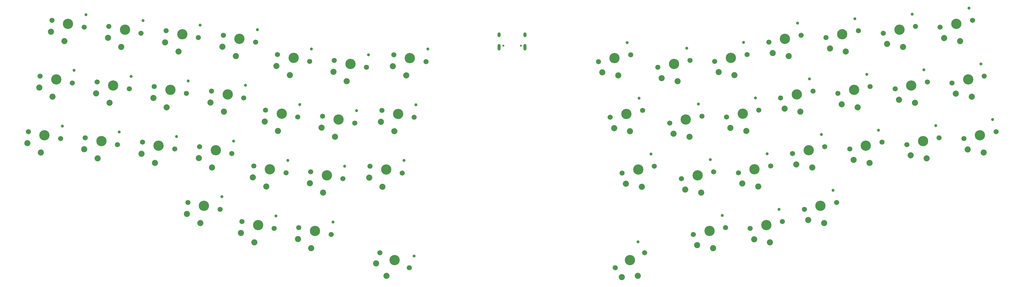
<source format=gbr>
%TF.GenerationSoftware,KiCad,Pcbnew,7.0.2*%
%TF.CreationDate,2024-09-14T12:10:16+10:00*%
%TF.ProjectId,keyboard,6b657962-6f61-4726-942e-6b696361645f,v1.0.0*%
%TF.SameCoordinates,Original*%
%TF.FileFunction,Soldermask,Top*%
%TF.FilePolarity,Negative*%
%FSLAX46Y46*%
G04 Gerber Fmt 4.6, Leading zero omitted, Abs format (unit mm)*
G04 Created by KiCad (PCBNEW 7.0.2) date 2024-09-14 12:10:16*
%MOMM*%
%LPD*%
G01*
G04 APERTURE LIST*
G04 Aperture macros list*
%AMRoundRect*
0 Rectangle with rounded corners*
0 $1 Rounding radius*
0 $2 $3 $4 $5 $6 $7 $8 $9 X,Y pos of 4 corners*
0 Add a 4 corners polygon primitive as box body*
4,1,4,$2,$3,$4,$5,$6,$7,$8,$9,$2,$3,0*
0 Add four circle primitives for the rounded corners*
1,1,$1+$1,$2,$3*
1,1,$1+$1,$4,$5*
1,1,$1+$1,$6,$7*
1,1,$1+$1,$8,$9*
0 Add four rect primitives between the rounded corners*
20,1,$1+$1,$2,$3,$4,$5,0*
20,1,$1+$1,$4,$5,$6,$7,0*
20,1,$1+$1,$6,$7,$8,$9,0*
20,1,$1+$1,$8,$9,$2,$3,0*%
G04 Aperture macros list end*
%ADD10C,1.701800*%
%ADD11C,3.429000*%
%ADD12C,0.990600*%
%ADD13C,2.032000*%
%ADD14C,0.650000*%
%ADD15RoundRect,0.500000X0.000000X-0.300000X0.000000X-0.300000X0.000000X0.300000X0.000000X0.300000X0*%
%ADD16RoundRect,0.500000X0.000000X-0.600000X0.000000X-0.600000X0.000000X0.600000X0.000000X0.600000X0*%
G04 APERTURE END LIST*
D10*
%TO.C,SW41*%
X309997889Y-159127805D03*
D11*
X315377701Y-157984291D03*
D12*
X319610402Y-152790772D03*
D10*
X320757513Y-156840777D03*
D13*
X316604380Y-163755362D03*
X311277027Y-162740810D03*
%TD*%
D10*
%TO.C,SW38*%
X298146922Y-103373392D03*
D11*
X303526734Y-102229878D03*
D12*
X307759435Y-97036359D03*
D10*
X308906546Y-101086364D03*
D13*
X304753413Y-108000949D03*
X299426060Y-106986397D03*
%TD*%
D10*
%TO.C,SW47*%
X344256734Y-137533094D03*
D11*
X349636546Y-136389580D03*
D12*
X353869247Y-131196061D03*
D10*
X355016358Y-135246066D03*
D13*
X350863225Y-142160651D03*
X345535872Y-141146099D03*
%TD*%
D10*
%TO.C,SW50*%
X363257362Y-135539067D03*
D11*
X368637174Y-134395553D03*
D12*
X372869875Y-129202034D03*
D10*
X374016986Y-133252039D03*
D13*
X369863853Y-140166624D03*
X364536500Y-139152072D03*
%TD*%
D10*
%TO.C,SW49*%
X359307039Y-116954263D03*
D11*
X364686851Y-115810749D03*
D12*
X368919552Y-110617230D03*
D10*
X370066663Y-114667235D03*
D13*
X365913530Y-121581820D03*
X360586177Y-120567268D03*
%TD*%
D10*
%TO.C,SW26*%
X168266065Y-173611179D03*
D11*
X173166601Y-176108127D03*
D12*
X179724415Y-174735730D03*
D10*
X178067137Y-178605075D03*
D13*
X170488057Y-181365065D03*
X166986404Y-177223999D03*
%TD*%
D10*
%TO.C,SW32*%
X268981913Y-148932719D03*
D11*
X274361725Y-147789205D03*
D12*
X278594426Y-142595686D03*
D10*
X279741537Y-146645691D03*
D13*
X275588404Y-153560276D03*
X270261051Y-152545724D03*
%TD*%
D10*
%TO.C,SW1*%
X241248995Y-109844546D03*
D11*
X246628807Y-108701032D03*
D12*
X250861508Y-103507513D03*
D10*
X252008619Y-107557518D03*
D13*
X247855486Y-114472103D03*
X242528133Y-113457551D03*
%TD*%
D10*
%TO.C,SW16*%
X130130319Y-126066859D03*
D11*
X135510131Y-127210373D03*
D12*
X141489291Y-124187452D03*
D10*
X140889943Y-128353887D03*
D13*
X134283452Y-132981444D03*
X129829329Y-129887775D03*
%TD*%
D10*
%TO.C,SW6*%
X73856127Y-116661262D03*
D11*
X79235939Y-117804776D03*
D12*
X85215099Y-114781855D03*
D10*
X84615751Y-118948290D03*
D13*
X78009260Y-123575847D03*
X73555137Y-120482178D03*
%TD*%
D10*
%TO.C,SW15*%
X134080641Y-107482055D03*
D11*
X139460453Y-108625569D03*
D12*
X145439613Y-105602648D03*
D10*
X144840265Y-109769083D03*
D13*
X138233774Y-114396640D03*
X133779651Y-111302971D03*
%TD*%
D10*
%TO.C,SW8*%
X96911033Y-99581411D03*
D11*
X102290845Y-100724925D03*
D12*
X108270005Y-97702004D03*
D10*
X107670657Y-101868439D03*
D13*
X101064166Y-106495996D03*
X96610043Y-103402327D03*
%TD*%
D10*
%TO.C,SW45*%
X336356089Y-100363486D03*
D11*
X341735901Y-99219972D03*
D12*
X345968602Y-94026453D03*
D10*
X347115713Y-98076458D03*
D13*
X342962580Y-104991043D03*
X337635227Y-103976491D03*
%TD*%
D10*
%TO.C,SW42*%
X317251506Y-101868439D03*
D11*
X322631318Y-100724925D03*
D12*
X326864019Y-95531406D03*
D10*
X328011130Y-99581411D03*
D13*
X323857997Y-106495996D03*
X318530644Y-105481444D03*
%TD*%
D10*
%TO.C,SW4*%
X50905177Y-133252039D03*
D11*
X56284989Y-134395553D03*
D12*
X62264149Y-131372632D03*
D10*
X61664801Y-135539067D03*
D13*
X55058310Y-140166624D03*
X50604187Y-137072955D03*
%TD*%
D10*
%TO.C,SW13*%
X108114972Y-138255973D03*
D11*
X113494784Y-139399487D03*
D12*
X119473944Y-136376566D03*
D10*
X118874596Y-140543001D03*
D13*
X112268105Y-145170558D03*
X107813982Y-142076889D03*
%TD*%
D10*
%TO.C,SW2*%
X58805821Y-96082431D03*
D11*
X64185633Y-97225945D03*
D12*
X70164793Y-94203024D03*
D10*
X69565445Y-98369459D03*
D13*
X62958954Y-102997016D03*
X58504831Y-99903347D03*
%TD*%
D10*
%TO.C,SW22*%
X141230303Y-165230495D03*
D11*
X146610115Y-166374009D03*
D12*
X152589275Y-163351088D03*
D10*
X151989927Y-167517523D03*
D13*
X145383436Y-172145080D03*
X140929313Y-169051411D03*
%TD*%
D10*
%TO.C,SW25*%
X165012900Y-144727127D03*
D11*
X170392712Y-145870641D03*
D12*
X176371872Y-142847720D03*
D10*
X175772524Y-147014155D03*
D13*
X169166033Y-151641712D03*
X164711910Y-148548043D03*
%TD*%
D10*
%TO.C,SW36*%
X287982541Y-146938692D03*
D11*
X293362353Y-145795178D03*
D12*
X297595054Y-140601659D03*
D10*
X298742165Y-144651664D03*
D13*
X294589032Y-151566249D03*
X289261679Y-150551697D03*
%TD*%
D10*
%TO.C,SW24*%
X168963222Y-126142323D03*
D11*
X174343034Y-127285837D03*
D12*
X180322194Y-124262916D03*
D10*
X179722846Y-128429351D03*
D13*
X173116355Y-133056908D03*
X168662232Y-129963239D03*
%TD*%
D10*
%TO.C,SW20*%
X149130947Y-128060886D03*
D11*
X154510759Y-129204400D03*
D12*
X160489919Y-126181479D03*
D10*
X159890571Y-130347914D03*
D13*
X153284080Y-134975471D03*
X148829957Y-131881802D03*
%TD*%
D10*
%TO.C,SW11*%
X116015616Y-101086364D03*
D11*
X121395428Y-102229878D03*
D12*
X127374588Y-99206957D03*
D10*
X126775240Y-103373392D03*
D13*
X120168749Y-108000949D03*
X115714626Y-104907280D03*
%TD*%
D10*
%TO.C,SW46*%
X340306412Y-118948290D03*
D11*
X345686224Y-117804776D03*
D12*
X349918925Y-112611257D03*
D10*
X351066036Y-116661262D03*
D13*
X346912903Y-123575847D03*
X341585550Y-122561295D03*
%TD*%
D10*
%TO.C,SW14*%
X104164650Y-156840777D03*
D11*
X109544462Y-157984291D03*
D12*
X115523622Y-154961370D03*
D10*
X114924274Y-159127805D03*
D13*
X108317783Y-163755362D03*
X103863660Y-160661693D03*
%TD*%
D10*
%TO.C,SW27*%
X245199317Y-128429351D03*
D11*
X250579129Y-127285837D03*
D12*
X254811830Y-122092318D03*
D10*
X255958941Y-126142323D03*
D13*
X251805808Y-133056908D03*
X246478455Y-132042356D03*
%TD*%
D10*
%TO.C,SW37*%
X291932863Y-165523496D03*
D11*
X297312675Y-164379982D03*
D12*
X301545376Y-159186463D03*
D10*
X302692487Y-163236468D03*
D13*
X298539354Y-170151053D03*
X293212001Y-169136501D03*
%TD*%
D10*
%TO.C,SW18*%
X122229675Y-163236468D03*
D11*
X127609487Y-164379982D03*
D12*
X133588647Y-161357061D03*
D10*
X132989299Y-165523496D03*
D13*
X126382808Y-170151053D03*
X121928685Y-167057384D03*
%TD*%
D10*
%TO.C,SW28*%
X249149639Y-147014155D03*
D11*
X254529451Y-145870641D03*
D12*
X258762152Y-140677122D03*
D10*
X259909263Y-144727127D03*
D13*
X255756130Y-151641712D03*
X250428777Y-150627160D03*
%TD*%
D10*
%TO.C,SW39*%
X302097244Y-121958196D03*
D11*
X307477056Y-120814682D03*
D12*
X311709757Y-115621163D03*
D10*
X312856868Y-119671168D03*
D13*
X308703735Y-126585753D03*
X303376382Y-125571201D03*
%TD*%
D10*
%TO.C,SW23*%
X172913544Y-107557518D03*
D11*
X178293356Y-108701032D03*
D12*
X184272516Y-105678111D03*
D10*
X183673168Y-109844546D03*
D13*
X177066677Y-114472103D03*
X172612554Y-111378434D03*
%TD*%
D10*
%TO.C,SW12*%
X112065294Y-119671168D03*
D11*
X117445106Y-120814682D03*
D12*
X123424266Y-117791761D03*
D10*
X122824918Y-121958196D03*
D13*
X116218427Y-126585753D03*
X111764304Y-123492084D03*
%TD*%
D10*
%TO.C,SW48*%
X355356717Y-98369459D03*
D11*
X360736529Y-97225945D03*
D12*
X364969230Y-92032426D03*
D10*
X366116341Y-96082431D03*
D13*
X361963208Y-102997016D03*
X356635855Y-101982464D03*
%TD*%
D10*
%TO.C,SW29*%
X246855025Y-178605075D03*
D11*
X251755561Y-176108127D03*
D12*
X254499855Y-169996069D03*
D10*
X256656097Y-173611179D03*
D13*
X254434105Y-181365065D03*
X249025692Y-181763904D03*
%TD*%
D10*
%TO.C,SW31*%
X265031591Y-130347914D03*
D11*
X270411403Y-129204400D03*
D12*
X274644104Y-124010881D03*
D10*
X275791215Y-128060886D03*
D13*
X271638082Y-134975471D03*
X266310729Y-133960919D03*
%TD*%
D10*
%TO.C,SW44*%
X325152150Y-139038047D03*
D11*
X330531962Y-137894533D03*
D12*
X334764663Y-132701014D03*
D10*
X335911774Y-136751019D03*
D13*
X331758641Y-143665604D03*
X326431288Y-142651052D03*
%TD*%
D10*
%TO.C,SW5*%
X77806449Y-98076458D03*
D11*
X83186261Y-99219972D03*
D12*
X89165421Y-96197051D03*
D10*
X88566073Y-100363486D03*
D13*
X81959582Y-104991043D03*
X77505459Y-101897374D03*
%TD*%
D10*
%TO.C,SW3*%
X54855499Y-114667235D03*
D11*
X60235311Y-115810749D03*
D12*
X66214471Y-112787828D03*
D10*
X65615123Y-116954263D03*
D13*
X59008632Y-121581820D03*
X54554509Y-118488151D03*
%TD*%
D10*
%TO.C,SW35*%
X284032219Y-128353887D03*
D11*
X289412031Y-127210373D03*
D12*
X293644732Y-122016854D03*
D10*
X294791843Y-126066859D03*
D13*
X290638710Y-132981444D03*
X285311357Y-131966892D03*
%TD*%
D10*
%TO.C,SW43*%
X321201828Y-120453243D03*
D11*
X326581640Y-119309729D03*
D12*
X330814341Y-114116210D03*
D10*
X331961452Y-118166215D03*
D13*
X327808319Y-125080800D03*
X322480966Y-124066248D03*
%TD*%
D10*
%TO.C,SW7*%
X69905805Y-135246066D03*
D11*
X75285617Y-136389580D03*
D12*
X81264777Y-133366659D03*
D10*
X80665429Y-137533094D03*
D13*
X74058938Y-142160651D03*
X69604815Y-139066982D03*
%TD*%
D10*
%TO.C,SW40*%
X306047566Y-140543001D03*
D11*
X311427378Y-139399487D03*
D12*
X315660079Y-134205968D03*
D10*
X316807190Y-138255973D03*
D13*
X312654057Y-145170558D03*
X307326704Y-144156006D03*
%TD*%
D10*
%TO.C,SW21*%
X145180625Y-146645691D03*
D11*
X150560437Y-147789205D03*
D12*
X156539597Y-144766284D03*
D10*
X155940249Y-148932719D03*
D13*
X149333758Y-153560276D03*
X144879635Y-150466607D03*
%TD*%
D10*
%TO.C,SW10*%
X89010388Y-136751019D03*
D11*
X94390200Y-137894533D03*
D12*
X100369360Y-134871612D03*
D10*
X99770012Y-139038047D03*
D13*
X93163521Y-143665604D03*
X88709398Y-140571935D03*
%TD*%
D10*
%TO.C,SW34*%
X280081897Y-109769083D03*
D11*
X285461709Y-108625569D03*
D12*
X289694410Y-103432050D03*
D10*
X290841521Y-107482055D03*
D13*
X286688388Y-114396640D03*
X281361035Y-113382088D03*
%TD*%
D10*
%TO.C,SW33*%
X272932236Y-167517523D03*
D11*
X278312048Y-166374009D03*
D12*
X282544749Y-161180490D03*
D10*
X283691860Y-165230495D03*
D13*
X279538727Y-172145080D03*
X274211374Y-171130528D03*
%TD*%
D10*
%TO.C,SW30*%
X261081269Y-111763110D03*
D11*
X266461081Y-110619596D03*
D12*
X270693782Y-105426077D03*
D10*
X271840893Y-109476082D03*
D13*
X267687760Y-116390667D03*
X262360407Y-115376115D03*
%TD*%
D10*
%TO.C,SW17*%
X126179997Y-144651664D03*
D11*
X131559809Y-145795178D03*
D12*
X137538969Y-142772257D03*
D10*
X136939621Y-146938692D03*
D13*
X130333130Y-151566249D03*
X125879007Y-148472580D03*
%TD*%
D10*
%TO.C,SW9*%
X92960711Y-118166215D03*
D11*
X98340523Y-119309729D03*
D12*
X104319683Y-116286808D03*
D10*
X103720335Y-120453243D03*
D13*
X97113844Y-125080800D03*
X92659721Y-121987131D03*
%TD*%
D10*
%TO.C,SW19*%
X153081269Y-109476082D03*
D11*
X158461081Y-110619596D03*
D12*
X164440241Y-107596675D03*
D10*
X163840893Y-111763110D03*
D13*
X157234402Y-116390667D03*
X152780279Y-113296998D03*
%TD*%
D14*
%TO.C,J1*%
X209527159Y-104562500D03*
X215327159Y-104562500D03*
D15*
X208107159Y-100912500D03*
D16*
X208107159Y-105092500D03*
D15*
X216747159Y-100912500D03*
D16*
X216747159Y-105092500D03*
%TD*%
M02*

</source>
